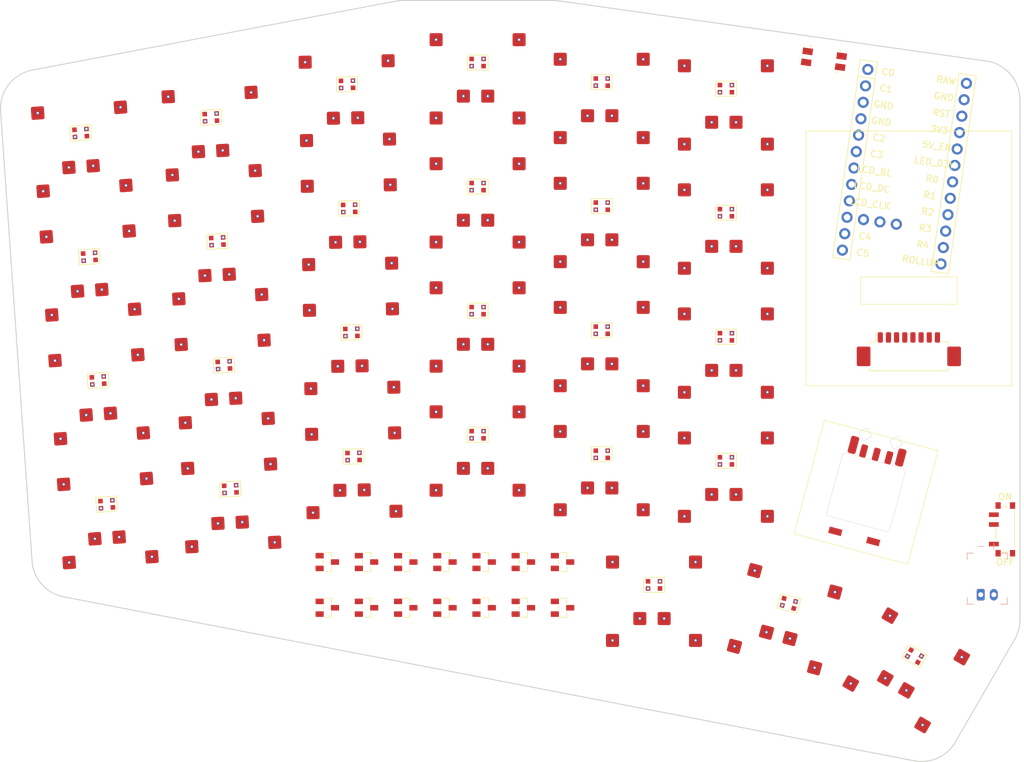
<source format=kicad_pcb>
(kicad_pcb (version 20240108) (generator "ergogen") (generator_version "4.1.0")
  (title_block (title "toomanykeys_left") (date "2025-06-07") (rev "0.1") (company "huntercook"))
  (layers (0 "F.Cu" signal) (31 "B.Cu" signal) (34 "B.Paste" user) (35 "F.Paste" user) (36 "B.SilkS" user "B.Silkscreen") (37 "F.SilkS" user "F.Silkscreen") (38 "B.Mask" user) (39 "F.Mask" user) (44 "Edge.Cuts" user))
  (net 0 "")
  (net 1 "RAW")
  (net 2 "GND")
  (net 3 "RST")
  (net 4 "3V3")
  (net 5 "5V_EN")
  (net 6 "LED_D3V")
  (net 7 "R0")
  (net 8 "R1")
  (net 9 "R2")
  (net 10 "R3")
  (net 11 "R4")
  (net 12 "ROLLUP")
  (net 13 "C0")
  (net 14 "C1")
  (net 15 "C2")
  (net 16 "C3")
  (net 17 "LCD_BL")
  (net 18 "LCD_DC")
  (net 19 "LCD_CLK")
  (net 20 "LCD_DIN")
  (net 21 "C4")
  (net 22 "C5")
  (net 23 "LCD_CS")
  (net 24 "LCD_RST")
  (net 25 "ROLLDN")
  (net 26 "MCU1_24")
  (net 27 "MCU1_1")
  (net 28 "MCU1_23")
  (net 29 "MCU1_2")
  (net 30 "MCU1_22")
  (net 31 "MCU1_3")
  (net 32 "MCU1_21")
  (net 33 "MCU1_4")
  (net 34 "MCU1_20")
  (net 35 "MCU1_5")
  (net 36 "MCU1_19")
  (net 37 "MCU1_6")
  (net 38 "MCU1_18")
  (net 39 "MCU1_7")
  (net 40 "MCU1_17")
  (net 41 "MCU1_8")
  (net 42 "MCU1_16")
  (net 43 "MCU1_9")
  (net 44 "MCU1_15")
  (net 45 "MCU1_10")
  (net 46 "MCU1_14")
  (net 47 "MCU1_11")
  (net 48 "MCU1_13")
  (net 49 "MCU1_12")
  (net 50 "outer_bottom")
  (net 51 "outer_home")
  (net 52 "outer_top")
  (net 53 "outer_num")
  (net 54 "pinky_bottom")
  (net 55 "pinky_home")
  (net 56 "pinky_top")
  (net 57 "pinky_num")
  (net 58 "ring_bottom")
  (net 59 "ring_home")
  (net 60 "ring_top")
  (net 61 "ring_num")
  (net 62 "middle_bottom")
  (net 63 "middle_home")
  (net 64 "middle_top")
  (net 65 "middle_num")
  (net 66 "index_bottom")
  (net 67 "index_home")
  (net 68 "index_top")
  (net 69 "index_num")
  (net 70 "inner_bottom")
  (net 71 "inner_home")
  (net 72 "inner_top")
  (net 73 "inner_num")
  (net 74 "near_fan")
  (net 75 "mid_fan")
  (net 76 "far_fan")
  (net 77 "LED_27")
  (net 78 "LED_26")
  (net 79 "5V")
  (net 80 "LED_25")
  (net 81 "LED_24")
  (net 82 "LED_23")
  (net 83 "LED_19")
  (net 84 "LED_18")
  (net 85 "LED_17")
  (net 86 "LED_16")
  (net 87 "LED_15")
  (net 88 "LED_11")
  (net 89 "LED_10")
  (net 90 "LED_9")
  (net 91 "LED_8")
  (net 92 "LED_7")
  (net 93 "LED_20")
  (net 94 "LED_21")
  (net 95 "LED_22")
  (net 96 "LED_12")
  (net 97 "LED_13")
  (net 98 "LED_14")
  (net 99 "LED_4")
  (net 100 "LED_3")
  (net 101 "LED_5")
  (net 102 "LED_6")
  (net 103 "LED_2")
  (net 104 "LED_1")
  (net 105 "LED_D5V")
  (net 106 "roller")
  (net 107 "BAT_P")
  (net 108 "JST1_1")
  (net 109 "JST1_2")
  (footprint "ceoloide:mcu_nice_nano" (layer "F.Cu") (at 182.0933269 104.5570229 -8)
    (property "Reference" "MCU1" hide)
  )
  (footprint "PG1316S" (at 60 160 4) (layer "F.Cu")
    (property "Reference" "S1" hide)
  )
  (footprint "PG1316S" (at 58.674627 141.046283 4) (layer "F.Cu")
    (property "Reference" "S2" hide)
  )
  (footprint "PG1316S" (at 57.349254 122.09256599999999 4) (layer "F.Cu")
    (property "Reference" "S3" hide)
  )
  (footprint "PG1316S" (at 56.023881 103.138849 4) (layer "F.Cu")
    (property "Reference" "S4" hide)
  )
  (footprint "PG1316S" (at 78.8839605 157.6770629 3) (layer "F.Cu")
    (property "Reference" "S5" hide)
  )
  (footprint "PG1316S" (at 77.8895773 138.70310170000002 3) (layer "F.Cu")
    (property "Reference" "S6" hide)
  )
  (footprint "PG1316S" (at 76.8951941 119.72914050000001 3) (layer "F.Cu")
    (property "Reference" "S7" hide)
  )
  (footprint "PG1316S" (at 75.9008109 100.75517930000001 3) (layer "F.Cu")
    (property "Reference" "S8" hide)
  )
  (footprint "PG1316S" (at 97.6485778 152.6881616 1) (layer "F.Cu")
    (property "Reference" "S9" hide)
  )
  (footprint "PG1316S" (at 97.3169821 133.6910554 1) (layer "F.Cu")
    (property "Reference" "S10" hide)
  )
  (footprint "PG1316S" (at 96.98538640000001 114.6939492 1) (layer "F.Cu")
    (property "Reference" "S11" hide)
  )
  (footprint "PG1316S" (at 96.65379070000002 95.696843 1) (layer "F.Cu")
    (property "Reference" "S12" hide)
  )
  (footprint "PG1316S" (at 116.5933268 149.3570229 0) (layer "F.Cu")
    (property "Reference" "S13" hide)
  )
  (footprint "PG1316S" (at 116.5933268 130.3570229 0) (layer "F.Cu")
    (property "Reference" "S14" hide)
  )
  (footprint "PG1316S" (at 116.5933268 111.3570229 0) (layer "F.Cu")
    (property "Reference" "S15" hide)
  )
  (footprint "PG1316S" (at 116.5933268 92.3570229 0) (layer "F.Cu")
    (property "Reference" "S16" hide)
  )
  (footprint "PG1316S" (at 135.5933269 152.3570228 0) (layer "F.Cu")
    (property "Reference" "S17" hide)
  )
  (footprint "PG1316S" (at 135.5933269 133.3570228 0) (layer "F.Cu")
    (property "Reference" "S18" hide)
  )
  (footprint "PG1316S" (at 135.5933269 114.35702280000001 0) (layer "F.Cu")
    (property "Reference" "S19" hide)
  )
  (footprint "PG1316S" (at 135.5933269 95.35702280000001 0) (layer "F.Cu")
    (property "Reference" "S20" hide)
  )
  (footprint "PG1316S" (at 154.5933269 153.3570229 0) (layer "F.Cu")
    (property "Reference" "S21" hide)
  )
  (footprint "PG1316S" (at 154.5933269 134.3570229 0) (layer "F.Cu")
    (property "Reference" "S22" hide)
  )
  (footprint "PG1316S" (at 154.5933269 115.3570229 0) (layer "F.Cu")
    (property "Reference" "S23" hide)
  )
  (footprint "PG1316S" (at 154.5933269 96.3570229 0) (layer "F.Cu")
    (property "Reference" "S24" hide)
  )
  (footprint "PG1316S" (at 143.5933269 172.3570228 0) (layer "F.Cu")
    (property "Reference" "S25" hide)
  )
  (footprint "PG1316S" (at 163.5933269 175.1070228 -15) (layer "F.Cu")
    (property "Reference" "S26" hide)
  )
  (footprint "PG1316S" (at 182.2000911 182.9396997 -30) (layer "F.Cu")
    (property "Reference" "S27" hide)
  )
  (footprint "LED_WS2812B-2020_PLCC4_2.0x2.0mm" (at 59.8256088 157.5060899 184) (layer "F.Cu")
    (property "Reference" "LED1" hide)
  )
  (footprint "LED_WS2812B-2020_PLCC4_2.0x2.0mm" (at 58.5002358 138.5523729 184) (layer "F.Cu")
    (property "Reference" "LED2" hide)
  )
  (footprint "LED_WS2812B-2020_PLCC4_2.0x2.0mm" (at 57.1748628 119.5986559 184) (layer "F.Cu")
    (property "Reference" "LED3" hide)
  )
  (footprint "LED_WS2812B-2020_PLCC4_2.0x2.0mm" (at 55.8494898 100.6449389 184) (layer "F.Cu")
    (property "Reference" "LED4" hide)
  )
  (footprint "LED_WS2812B-2020_PLCC4_2.0x2.0mm" (at 97.6049468 150.1885424 181) (layer "F.Cu")
    (property "Reference" "LED5" hide)
  )
  (footprint "LED_WS2812B-2020_PLCC4_2.0x2.0mm" (at 97.2733511 131.1914362 181) (layer "F.Cu")
    (property "Reference" "LED6" hide)
  )
  (footprint "LED_WS2812B-2020_PLCC4_2.0x2.0mm" (at 96.9417554 112.19433000000001 181) (layer "F.Cu")
    (property "Reference" "LED7" hide)
  )
  (footprint "LED_WS2812B-2020_PLCC4_2.0x2.0mm" (at 96.61015970000001 93.1972238 181) (layer "F.Cu")
    (property "Reference" "LED8" hide)
  )
  (footprint "LED_WS2812B-2020_PLCC4_2.0x2.0mm" (at 135.5933269 149.8570228 180) (layer "F.Cu")
    (property "Reference" "LED9" hide)
  )
  (footprint "LED_WS2812B-2020_PLCC4_2.0x2.0mm" (at 135.5933269 130.8570228 180) (layer "F.Cu")
    (property "Reference" "LED10" hide)
  )
  (footprint "LED_WS2812B-2020_PLCC4_2.0x2.0mm" (at 135.5933269 111.85702280000001 180) (layer "F.Cu")
    (property "Reference" "LED11" hide)
  )
  (footprint "LED_WS2812B-2020_PLCC4_2.0x2.0mm" (at 135.5933269 92.85702280000001 180) (layer "F.Cu")
    (property "Reference" "LED12" hide)
  )
  (footprint "LED_WS2812B-2020_PLCC4_2.0x2.0mm" (at 78.7531206 155.18048910000002 3) (layer "F.Cu")
    (property "Reference" "LED13" hide)
  )
  (footprint "LED_WS2812B-2020_PLCC4_2.0x2.0mm" (at 77.7587374 136.20652790000003 3) (layer "F.Cu")
    (property "Reference" "LED14" hide)
  )
  (footprint "LED_WS2812B-2020_PLCC4_2.0x2.0mm" (at 76.7643542 117.2325667 3) (layer "F.Cu")
    (property "Reference" "LED15" hide)
  )
  (footprint "LED_WS2812B-2020_PLCC4_2.0x2.0mm" (at 75.769971 98.25860550000002 3) (layer "F.Cu")
    (property "Reference" "LED16" hide)
  )
  (footprint "LED_WS2812B-2020_PLCC4_2.0x2.0mm" (at 116.5933268 146.8570229 0) (layer "F.Cu")
    (property "Reference" "LED17" hide)
  )
  (footprint "LED_WS2812B-2020_PLCC4_2.0x2.0mm" (at 116.5933268 127.8570229 0) (layer "F.Cu")
    (property "Reference" "LED18" hide)
  )
  (footprint "LED_WS2812B-2020_PLCC4_2.0x2.0mm" (at 116.5933268 108.8570229 0) (layer "F.Cu")
    (property "Reference" "LED19" hide)
  )
  (footprint "LED_WS2812B-2020_PLCC4_2.0x2.0mm" (at 116.5933268 89.8570229 0) (layer "F.Cu")
    (property "Reference" "LED20" hide)
  )
  (footprint "LED_WS2812B-2020_PLCC4_2.0x2.0mm" (at 154.5933269 150.8570229 0) (layer "F.Cu")
    (property "Reference" "LED21" hide)
  )
  (footprint "LED_WS2812B-2020_PLCC4_2.0x2.0mm" (at 154.5933269 131.8570229 0) (layer "F.Cu")
    (property "Reference" "LED22" hide)
  )
  (footprint "LED_WS2812B-2020_PLCC4_2.0x2.0mm" (at 154.5933269 112.8570229 0) (layer "F.Cu")
    (property "Reference" "LED23" hide)
  )
  (footprint "LED_WS2812B-2020_PLCC4_2.0x2.0mm" (at 154.5933269 93.8570229 0) (layer "F.Cu")
    (property "Reference" "LED24" hide)
  )
  (footprint "LED_WS2812B-2020_PLCC4_2.0x2.0mm" (at 143.5933269 169.8570228 0) (layer "F.Cu")
    (property "Reference" "LED25" hide)
  )
  (footprint "LED_WS2812B-2020_PLCC4_2.0x2.0mm" (at 164.2403745 172.6922082 -15) (layer "F.Cu")
    (property "Reference" "LED26" hide)
  )
  (footprint "LED_WS2812B-2020_PLCC4_2.0x2.0mm" (at 183.4500911 180.7746362 -30) (layer "F.Cu")
    (property "Reference" "LED27" hide)
  )
  (footprint "CKW12" (at 176.0488267 155.6683879 75) (layer "F.Cu")
    (property "Reference" "RE1" hide)
    (fp_line (start -5 4.5) (end -5 -4.5) (stroke (width 0.05)) (layer "Edge.Cuts"))
    (fp_line (start -4.5 -5) (end 4.5 -5) (stroke (width 0.05)) (layer "Edge.Cuts"))
    (fp_line (start -4.5 5) (end 4.5 5) (stroke (width 0.05)) (layer "Edge.Cuts"))
    (fp_line (start 4.5 5) (end 5 4.5) (stroke (width 0.05)) (layer "Edge.Cuts"))
    (fp_line (start 5 -4.5) (end 5 4.5) (stroke (width 0.05)) (layer "Edge.Cuts"))
    (fp_line (start 7.545076 -2.333604) (end 8.393604 -1.485076) (stroke (width 0.05)) (layer "Edge.Cuts"))
    (fp_line (start 7.54934 2.541472) (end 8.397868 3.39) (stroke (width 0.05)) (layer "Edge.Cuts"))
    (fp_line (start 8.393604 -3.394264) (end 7.545076 -2.545736) (stroke (width 0.05)) (layer "Edge.Cuts"))
    (fp_line (start 8.397868 1.480812) (end 7.54934 2.32934) (stroke (width 0.05)) (layer "Edge.Cuts"))
    (fp_line (start 8.605736 -3.394264) (end 9.454264 -2.545736) (stroke (width 0.05)) (layer "Edge.Cuts"))
    (fp_line (start 8.605736 -1.485076) (end 9.454264 -2.333604) (stroke (width 0.05)) (layer "Edge.Cuts"))
    (fp_line (start 8.61 1.480812) (end 9.458528 2.32934) (stroke (width 0.05)) (layer "Edge.Cuts"))
    (fp_line (start 8.61 3.39) (end 9.458528 2.541472) (stroke (width 0.05)) (layer "Edge.Cuts"))
    (fp_arc (start -5 -4.5) (mid -4.853553 -4.853553) (end -4.5 -5) (stroke (width 0.05)) (layer "Edge.Cuts"))
    (fp_arc (start -4.5 5) (mid -4.853553 4.853553) (end -5 4.5) (stroke (width 0.05)) (layer "Edge.Cuts"))
    (fp_arc (start 4.5 -5) (mid 4.853553 -4.853553) (end 5 -4.5) (stroke (width 0.05)) (layer "Edge.Cuts"))
    (fp_arc (start 7.545076 -2.333604) (mid 7.501142 -2.43967) (end 7.545076 -2.545736) (stroke (width 0.05)) (layer "Edge.Cuts"))
    (fp_arc (start 7.54934 2.541472) (mid 7.505406 2.435406) (end 7.54934 2.32934) (stroke (width 0.05)) (layer "Edge.Cuts"))
    (fp_arc (start 8.393604 -3.394264) (mid 8.49967 -3.438198) (end 8.605736 -3.394264) (stroke (width 0.05)) (layer "Edge.Cuts"))
    (fp_arc (start 8.397868 1.480812) (mid 8.503934 1.436878) (end 8.61 1.480812) (stroke (width 0.05)) (layer "Edge.Cuts"))
    (fp_arc (start 8.605736 -1.485076) (mid 8.49967 -1.441142) (end 8.393604 -1.485076) (stroke (width 0.05)) (layer "Edge.Cuts"))
    (fp_arc (start 8.61 3.39) (mid 8.503934 3.433934) (end 8.397868 3.39) (stroke (width 0.05)) (layer "Edge.Cuts"))
    (fp_arc (start 9.454264 -2.545736) (mid 9.498198 -2.43967) (end 9.454264 -2.333604) (stroke (width 0.05)) (layer "Edge.Cuts"))
    (fp_arc (start 9.458528 2.32934) (mid 9.502462 2.435406) (end 9.458528 2.541472) (stroke (width 0.05)) (layer "Edge.Cuts"))
  )
  (footprint "BAV70 SOT23" (layer "F.Cu") (at 111.5933268 166.3570229 -90)
    (property "Reference" "D1" hide)
    (fp_text value "BAV70")
  )
  (footprint "BAV70 SOT23" (layer "F.Cu") (at 93.5933268 166.3570229 -90)
    (property "Reference" "D2" hide)
    (fp_text value "BAV70")
  )
  (footprint "BAV70 SOT23" (layer "F.Cu") (at 111.5933268 173.3570229 -90)
    (property "Reference" "D3" hide)
    (fp_text value "BAV70")
  )
  (footprint "BAV70 SOT23" (layer "F.Cu") (at 93.5933268 173.3570229 -90)
    (property "Reference" "D4" hide)
    (fp_text value "BAV70")
  )
  (footprint "BAV70 SOT23" (layer "F.Cu") (at 117.5933268 166.3570229 -90)
    (property "Reference" "D5" hide)
    (fp_text value "BAV70")
  )
  (footprint "BAV70 SOT23" (layer "F.Cu") (at 99.5933268 166.3570229 -90)
    (property "Reference" "D6" hide)
    (fp_text value "BAV70")
  )
  (footprint "BAV70 SOT23" (layer "F.Cu") (at 117.5933268 173.3570229 -90)
    (property "Reference" "D7" hide)
    (fp_text value "BAV70")
  )
  (footprint "BAV70 SOT23" (layer "F.Cu") (at 99.5933268 173.3570229 -90)
    (property "Reference" "D8" hide)
    (fp_text value "BAV70")
  )
  (footprint "BAV70 SOT23" (layer "F.Cu") (at 123.5933268 166.3570229 -90)
    (property "Reference" "D9" hide)
    (fp_text value "BAV70")
  )
  (footprint "BAV70 SOT23" (layer "F.Cu") (at 105.5933268 166.3570229 -90)
    (property "Reference" "D10" hide)
    (fp_text value "BAV70")
  )
  (footprint "BAV70 SOT23" (layer "F.Cu") (at 123.5933268 173.3570229 -90)
    (property "Reference" "D11" hide)
    (fp_text value "BAV70")
  )
  (footprint "BAV70 SOT23" (layer "F.Cu") (at 105.5933268 173.3570229 -90)
    (property "Reference" "D12" hide)
    (fp_text value "BAV70")
  )
  (footprint "BAV70 SOT23" (layer "F.Cu") (at 129.5933268 166.3570229 -90)
    (property "Reference" "D13" hide)
    (fp_text value "BAV70")
  )
  (footprint "BAV70 SOT23" (layer "F.Cu") (at 129.5933268 173.3570229 -90)
    (property "Reference" "D14" hide)
    (fp_text value "BAV70")
  )
  (footprint "ceoloide:power_switch_smd_side" (layer "F.Cu") (at 197.3383269 161.3570229 0)
    (property "Reference" "PWR1" hide)
  )
  (footprint "ceoloide:reset_switch_smd_side" (layer "F.Cu") (at 169.5933269 89.3570229 -8)
    (property "Reference" "RST1" hide)
  )
  (footprint "ceoloide:battery_connector_jst_ph_2" (layer "B.Cu") (at 194.5933269 171.3570229 180)
    (property "Reference" "JST1" hide)
  )
  (footprint "Molex_PicoBlade_53261-0871_1x08-1MP_P1.25mm_Horizontal" (at 182.5933269 134.3570229 0) (layer "F.Cu")
    (property "Reference" "CONN1" hide)
  )
  (footprint "LCD_1.69_Waveshare" (at 182.5933269 119.8570229 180) (layer "F.Cu")
    (property "Reference" "LCD1" hide)
  )
  (footprint "ceoloide:mounting_hole_npth" (layer "F.Cu") (at 65.1624438 90.47051569999999 4)
    (property "Reference" "MH1" hide)
  )
  (footprint "ceoloide:mounting_hole_npth" (layer "F.Cu") (at 67.6331095 172.2859079 3)
    (property "Reference" "MH2" hide)
  )
  (footprint "ceoloide:mounting_hole_npth" (layer "F.Cu") (at 103.5933268 83.3570229 0)
    (property "Reference" "MH3" hide)
  )
  (footprint "ceoloide:mounting_hole_npth" (layer "F.Cu") (at 129.5933268 83.3570229 0)
    (property "Reference" "MH4" hide)
  )
  (footprint "ceoloide:mounting_hole_npth" (layer "F.Cu") (at 128.5933269 182.3570228 0)
    (property "Reference" "MH5" hide)
  )
  (footprint "ceoloide:mounting_hole_npth" (layer "F.Cu") (at 176.2000911 193.3320045 -30)
    (property "Reference" "MH6" hide)
  )
  (footprint "ceoloide:mounting_hole_npth" (layer "F.Cu") (at 196.86034510000002 177.5473949 -30)
    (property "Reference" "MH7" hide)
  )
  (gr_line (start 198.78989847496373 178.19905087220747) (end 189.72884738230746 193.89831689955707) (layer Edge.Cuts) (stroke (width 0.15)))
  (gr_line (start 183.39582425596262 196.7904331773986) (end 53.25409818713453 171.68603677106714) (layer Edge.Cuts) (stroke (width 0.15)))
  (gr_line (start 48.4051654509732 166.2131856012594) (end 43.58798530951861 97.32429966433426) (layer Edge.Cuts) (stroke (width 0.15)))
  (gr_line (start 48.45466179706109 91.01097548618358) (end 104.03892050217102 80.46223770000002) (layer Edge.Cuts) (stroke (width 0.15)))
  (gr_line (start 105.15762830217103 80.3570229) (end 128.17286680058638 80.3570229) (layer Edge.Cuts) (stroke (width 0.15)))
  (gr_line (start 129.00967780253146 80.41566388618944) (end 194.4301379019451 89.62981318298834) (layer Edge.Cuts) (stroke (width 0.15)))
  (gr_line (start 199.5933269 95.5711721967989) (end 199.5933269 175.19977700209034) (layer Edge.Cuts) (stroke (width 0.15)))
  (gr_arc (start 183.39582420734376 196.79043312943995) (mid 187.02470980734375 196.35686052943996) (end 189.72884730734376 193.89831692943994) (layer Edge.Cuts) (stroke (width 0.15)))
  (gr_arc (start 48.405165438515674 166.21318562310844) (mid 49.89965213851568 169.77357092310842) (end 53.254098238515674 171.68603682310842) (layer Edge.Cuts) (stroke (width 0.15)))
  (gr_arc (start 48.454661797061085 91.0109754861835) (mid 44.82136509706109 93.2426399861835) (end 43.58798529706109 97.3242996861835) (layer Edge.Cuts) (stroke (width 0.15)))
  (gr_arc (start 105.15762830217103 80.3570229) (mid 104.59580600217103 80.3833845) (end 104.03892050217104 80.4622377) (layer Edge.Cuts) (stroke (width 0.15)))
  (gr_arc (start 129.0096778005864 80.4156639) (mid 128.59229840058637 80.37170110000001) (end 128.17286680058638 80.3570229) (layer Edge.Cuts) (stroke (width 0.15)))
  (gr_arc (start 199.5933269 95.5711721967989) (mid 198.1221715 91.6354934967989) (end 194.4301379 89.62981319679889) (layer Edge.Cuts) (stroke (width 0.15)))
  (gr_arc (start 198.7898985 178.19905090209033) (mid 199.38899039999998 176.75228640209033) (end 199.5933269 175.19977700209034) (layer Edge.Cuts) (stroke (width 0.15)))
)
</source>
